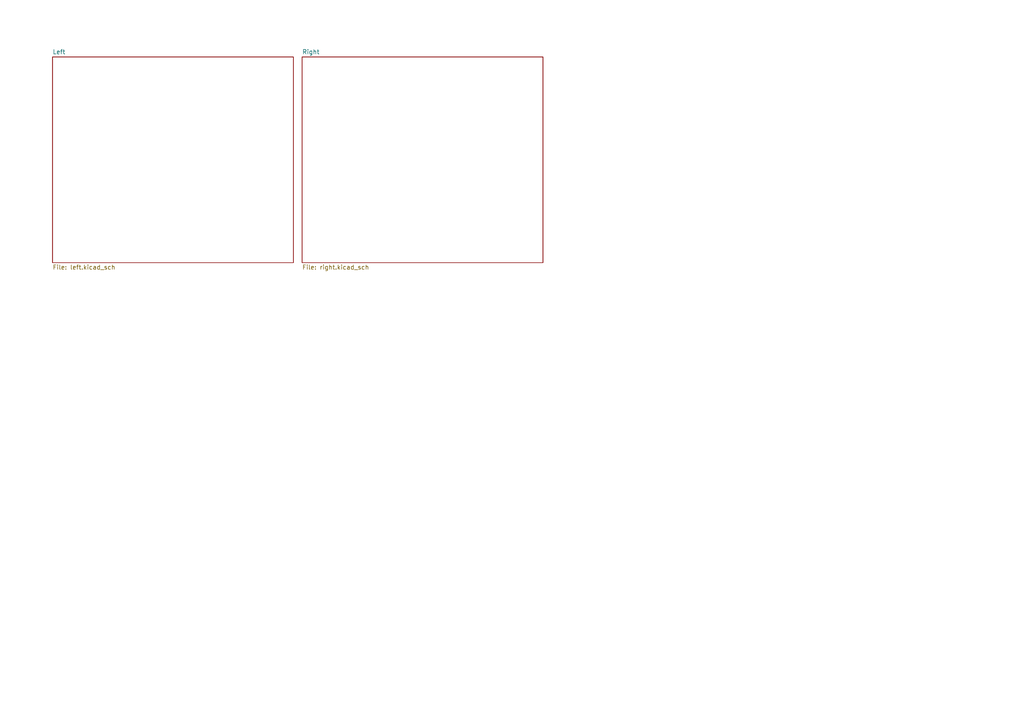
<source format=kicad_sch>
(kicad_sch
	(version 20250114)
	(generator "eeschema")
	(generator_version "9.0")
	(uuid "b7eb43b0-c363-4b01-b49e-ca46ab5210f5")
	(paper "A4")
	(lib_symbols)
	(sheet
		(at 87.63 16.51)
		(size 69.85 59.69)
		(exclude_from_sim no)
		(in_bom yes)
		(on_board yes)
		(dnp no)
		(fields_autoplaced yes)
		(stroke
			(width 0.1524)
			(type solid)
		)
		(fill
			(color 0 0 0 0.0000)
		)
		(uuid "ac7847d3-359c-4738-8c91-d422e2327a5e")
		(property "Sheetname" "Right"
			(at 87.63 15.7984 0)
			(effects
				(font
					(size 1.27 1.27)
				)
				(justify left bottom)
			)
		)
		(property "Sheetfile" "right.kicad_sch"
			(at 87.63 76.7846 0)
			(effects
				(font
					(size 1.27 1.27)
				)
				(justify left top)
			)
		)
		(instances
			(project "split_keeb"
				(path "/b7eb43b0-c363-4b01-b49e-ca46ab5210f5"
					(page "3")
				)
			)
		)
	)
	(sheet
		(at 15.24 16.51)
		(size 69.85 59.69)
		(exclude_from_sim no)
		(in_bom yes)
		(on_board yes)
		(dnp no)
		(fields_autoplaced yes)
		(stroke
			(width 0.1524)
			(type solid)
		)
		(fill
			(color 0 0 0 0.0000)
		)
		(uuid "ae4bea95-4bbe-46f1-a2e1-77f68a6f565b")
		(property "Sheetname" "Left"
			(at 15.24 15.7984 0)
			(effects
				(font
					(size 1.27 1.27)
				)
				(justify left bottom)
			)
		)
		(property "Sheetfile" "left.kicad_sch"
			(at 15.24 76.7846 0)
			(effects
				(font
					(size 1.27 1.27)
				)
				(justify left top)
			)
		)
		(instances
			(project "split_keeb"
				(path "/b7eb43b0-c363-4b01-b49e-ca46ab5210f5"
					(page "2")
				)
			)
		)
	)
	(sheet_instances
		(path "/"
			(page "1")
		)
	)
	(embedded_fonts no)
)

</source>
